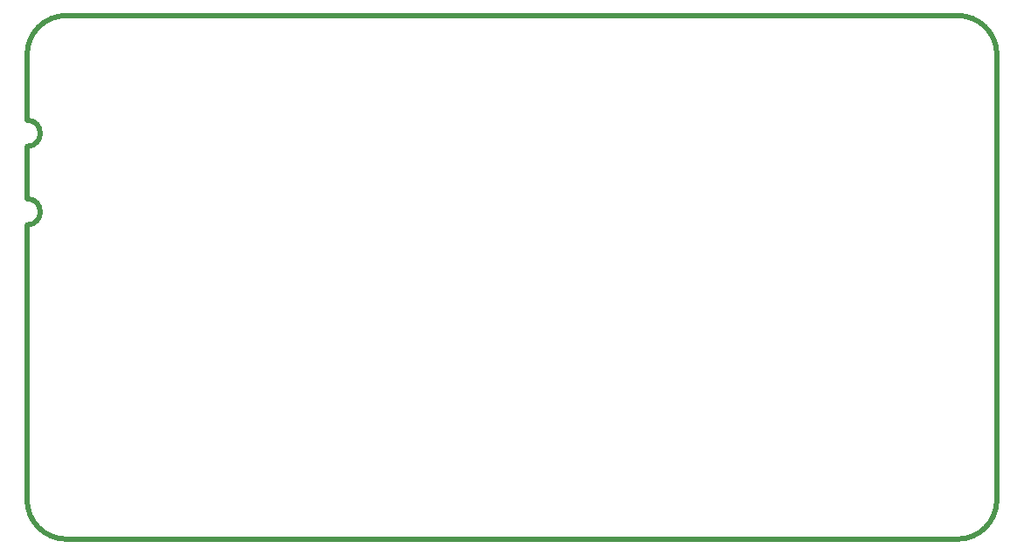
<source format=gbr>
%FSLAX34Y34*%
%MOMM*%
%LNOUTLINE*%
G71*
G01*
%ADD10C, 0.520*%
%ADD11C, 0.500*%
%LPD*%
G54D10*
G75*
G01X50800Y990600D02*
G03X12700Y952500I0J-38100D01*
G01*
G54D11*
X50800Y990600D02*
X914400Y990600D01*
G54D11*
X952500Y952500D02*
X952500Y520700D01*
G54D11*
X914400Y482600D02*
X50800Y482600D01*
G54D11*
X12700Y787400D02*
X12700Y520700D01*
G54D10*
G75*
G01X952500Y952500D02*
G03X914400Y990600I-38100J0D01*
G01*
G54D10*
G75*
G01X914400Y482600D02*
G03X952500Y520700I0J38100D01*
G01*
G54D10*
G75*
G01X12700Y520700D02*
G03X50800Y482600I38100J0D01*
G01*
G54D10*
G75*
G01X12752Y863652D02*
G03X12752Y889052I0J12700D01*
G01*
G54D10*
G75*
G01X12752Y787452D02*
G03X12752Y812852I0J12700D01*
G01*
G54D11*
X12700Y812800D02*
X12700Y863600D01*
G54D11*
X12700Y889000D02*
X12700Y952500D01*
M02*

</source>
